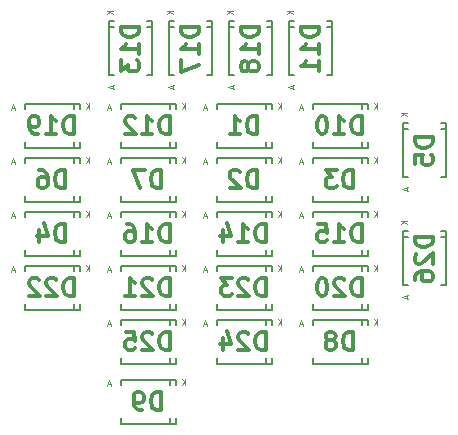
<source format=gbr>
G04 #@! TF.FileFunction,Legend,Bot*
%FSLAX46Y46*%
G04 Gerber Fmt 4.6, Leading zero omitted, Abs format (unit mm)*
G04 Created by KiCad (PCBNEW 4.0.1-stable) date 8. 8. 2016 15:41:02*
%MOMM*%
G01*
G04 APERTURE LIST*
%ADD10C,0.500000*%
%ADD11C,0.150000*%
%ADD12C,0.304800*%
%ADD13C,0.099060*%
G04 APERTURE END LIST*
D10*
D11*
X23644860Y30298000D02*
X23644860Y29847540D01*
X23644860Y26598000D02*
X23644860Y27048460D01*
X24144000Y30298000D02*
X24144000Y29847540D01*
X19544000Y30298000D02*
X19544000Y29847540D01*
X19544000Y26598000D02*
X19544000Y27048460D01*
X24144000Y26598000D02*
X24144000Y27048460D01*
X19544000Y30298000D02*
X24144000Y30298000D01*
X19544000Y26598000D02*
X24144000Y26598000D01*
X23644860Y25726000D02*
X23644860Y25275540D01*
X23644860Y22026000D02*
X23644860Y22476460D01*
X24144000Y25726000D02*
X24144000Y25275540D01*
X19544000Y25726000D02*
X19544000Y25275540D01*
X19544000Y22026000D02*
X19544000Y22476460D01*
X24144000Y22026000D02*
X24144000Y22476460D01*
X19544000Y25726000D02*
X24144000Y25726000D01*
X19544000Y22026000D02*
X24144000Y22026000D01*
X31772860Y25726000D02*
X31772860Y25275540D01*
X31772860Y22026000D02*
X31772860Y22476460D01*
X32272000Y25726000D02*
X32272000Y25275540D01*
X27672000Y25726000D02*
X27672000Y25275540D01*
X27672000Y22026000D02*
X27672000Y22476460D01*
X32272000Y22026000D02*
X32272000Y22476460D01*
X27672000Y25726000D02*
X32272000Y25726000D01*
X27672000Y22026000D02*
X32272000Y22026000D01*
X7388860Y21154000D02*
X7388860Y20703540D01*
X7388860Y17454000D02*
X7388860Y17904460D01*
X7888000Y21154000D02*
X7888000Y20703540D01*
X3288000Y21154000D02*
X3288000Y20703540D01*
X3288000Y17454000D02*
X3288000Y17904460D01*
X7888000Y17454000D02*
X7888000Y17904460D01*
X3288000Y21154000D02*
X7888000Y21154000D01*
X3288000Y17454000D02*
X7888000Y17454000D01*
X35234000Y28216860D02*
X35684460Y28216860D01*
X38934000Y28216860D02*
X38483540Y28216860D01*
X35234000Y28716000D02*
X35684460Y28716000D01*
X35234000Y24116000D02*
X35684460Y24116000D01*
X38934000Y24116000D02*
X38483540Y24116000D01*
X38934000Y28716000D02*
X38483540Y28716000D01*
X35234000Y24116000D02*
X35234000Y28716000D01*
X38934000Y24116000D02*
X38934000Y28716000D01*
X7388860Y25726000D02*
X7388860Y25275540D01*
X7388860Y22026000D02*
X7388860Y22476460D01*
X7888000Y25726000D02*
X7888000Y25275540D01*
X3288000Y25726000D02*
X3288000Y25275540D01*
X3288000Y22026000D02*
X3288000Y22476460D01*
X7888000Y22026000D02*
X7888000Y22476460D01*
X3288000Y25726000D02*
X7888000Y25726000D01*
X3288000Y22026000D02*
X7888000Y22026000D01*
X15516860Y25726000D02*
X15516860Y25275540D01*
X15516860Y22026000D02*
X15516860Y22476460D01*
X16016000Y25726000D02*
X16016000Y25275540D01*
X11416000Y25726000D02*
X11416000Y25275540D01*
X11416000Y22026000D02*
X11416000Y22476460D01*
X16016000Y22026000D02*
X16016000Y22476460D01*
X11416000Y25726000D02*
X16016000Y25726000D01*
X11416000Y22026000D02*
X16016000Y22026000D01*
X31772860Y12010000D02*
X31772860Y11559540D01*
X31772860Y8310000D02*
X31772860Y8760460D01*
X32272000Y12010000D02*
X32272000Y11559540D01*
X27672000Y12010000D02*
X27672000Y11559540D01*
X27672000Y8310000D02*
X27672000Y8760460D01*
X32272000Y8310000D02*
X32272000Y8760460D01*
X27672000Y12010000D02*
X32272000Y12010000D01*
X27672000Y8310000D02*
X32272000Y8310000D01*
X15516860Y6930000D02*
X15516860Y6479540D01*
X15516860Y3230000D02*
X15516860Y3680460D01*
X16016000Y6930000D02*
X16016000Y6479540D01*
X11416000Y6930000D02*
X11416000Y6479540D01*
X11416000Y3230000D02*
X11416000Y3680460D01*
X16016000Y3230000D02*
X16016000Y3680460D01*
X11416000Y6930000D02*
X16016000Y6930000D01*
X11416000Y3230000D02*
X16016000Y3230000D01*
X31772860Y30298000D02*
X31772860Y29847540D01*
X31772860Y26598000D02*
X31772860Y27048460D01*
X32272000Y30298000D02*
X32272000Y29847540D01*
X27672000Y30298000D02*
X27672000Y29847540D01*
X27672000Y26598000D02*
X27672000Y27048460D01*
X32272000Y26598000D02*
X32272000Y27048460D01*
X27672000Y30298000D02*
X32272000Y30298000D01*
X27672000Y26598000D02*
X32272000Y26598000D01*
X25582000Y36852860D02*
X26032460Y36852860D01*
X29282000Y36852860D02*
X28831540Y36852860D01*
X25582000Y37352000D02*
X26032460Y37352000D01*
X25582000Y32752000D02*
X26032460Y32752000D01*
X29282000Y32752000D02*
X28831540Y32752000D01*
X29282000Y37352000D02*
X28831540Y37352000D01*
X25582000Y32752000D02*
X25582000Y37352000D01*
X29282000Y32752000D02*
X29282000Y37352000D01*
X15516860Y30298000D02*
X15516860Y29847540D01*
X15516860Y26598000D02*
X15516860Y27048460D01*
X16016000Y30298000D02*
X16016000Y29847540D01*
X11416000Y30298000D02*
X11416000Y29847540D01*
X11416000Y26598000D02*
X11416000Y27048460D01*
X16016000Y26598000D02*
X16016000Y27048460D01*
X11416000Y30298000D02*
X16016000Y30298000D01*
X11416000Y26598000D02*
X16016000Y26598000D01*
X10342000Y36852860D02*
X10792460Y36852860D01*
X14042000Y36852860D02*
X13591540Y36852860D01*
X10342000Y37352000D02*
X10792460Y37352000D01*
X10342000Y32752000D02*
X10792460Y32752000D01*
X14042000Y32752000D02*
X13591540Y32752000D01*
X14042000Y37352000D02*
X13591540Y37352000D01*
X10342000Y32752000D02*
X10342000Y37352000D01*
X14042000Y32752000D02*
X14042000Y37352000D01*
X23644860Y21154000D02*
X23644860Y20703540D01*
X23644860Y17454000D02*
X23644860Y17904460D01*
X24144000Y21154000D02*
X24144000Y20703540D01*
X19544000Y21154000D02*
X19544000Y20703540D01*
X19544000Y17454000D02*
X19544000Y17904460D01*
X24144000Y17454000D02*
X24144000Y17904460D01*
X19544000Y21154000D02*
X24144000Y21154000D01*
X19544000Y17454000D02*
X24144000Y17454000D01*
X31772860Y21154000D02*
X31772860Y20703540D01*
X31772860Y17454000D02*
X31772860Y17904460D01*
X32272000Y21154000D02*
X32272000Y20703540D01*
X27672000Y21154000D02*
X27672000Y20703540D01*
X27672000Y17454000D02*
X27672000Y17904460D01*
X32272000Y17454000D02*
X32272000Y17904460D01*
X27672000Y21154000D02*
X32272000Y21154000D01*
X27672000Y17454000D02*
X32272000Y17454000D01*
X15516860Y21154000D02*
X15516860Y20703540D01*
X15516860Y17454000D02*
X15516860Y17904460D01*
X16016000Y21154000D02*
X16016000Y20703540D01*
X11416000Y21154000D02*
X11416000Y20703540D01*
X11416000Y17454000D02*
X11416000Y17904460D01*
X16016000Y17454000D02*
X16016000Y17904460D01*
X11416000Y21154000D02*
X16016000Y21154000D01*
X11416000Y17454000D02*
X16016000Y17454000D01*
X15422000Y36852860D02*
X15872460Y36852860D01*
X19122000Y36852860D02*
X18671540Y36852860D01*
X15422000Y37352000D02*
X15872460Y37352000D01*
X15422000Y32752000D02*
X15872460Y32752000D01*
X19122000Y32752000D02*
X18671540Y32752000D01*
X19122000Y37352000D02*
X18671540Y37352000D01*
X15422000Y32752000D02*
X15422000Y37352000D01*
X19122000Y32752000D02*
X19122000Y37352000D01*
X20502000Y36852860D02*
X20952460Y36852860D01*
X24202000Y36852860D02*
X23751540Y36852860D01*
X20502000Y37352000D02*
X20952460Y37352000D01*
X20502000Y32752000D02*
X20952460Y32752000D01*
X24202000Y32752000D02*
X23751540Y32752000D01*
X24202000Y37352000D02*
X23751540Y37352000D01*
X20502000Y32752000D02*
X20502000Y37352000D01*
X24202000Y32752000D02*
X24202000Y37352000D01*
X7388860Y30298000D02*
X7388860Y29847540D01*
X7388860Y26598000D02*
X7388860Y27048460D01*
X7888000Y30298000D02*
X7888000Y29847540D01*
X3288000Y30298000D02*
X3288000Y29847540D01*
X3288000Y26598000D02*
X3288000Y27048460D01*
X7888000Y26598000D02*
X7888000Y27048460D01*
X3288000Y30298000D02*
X7888000Y30298000D01*
X3288000Y26598000D02*
X7888000Y26598000D01*
X31772860Y16582000D02*
X31772860Y16131540D01*
X31772860Y12882000D02*
X31772860Y13332460D01*
X32272000Y16582000D02*
X32272000Y16131540D01*
X27672000Y16582000D02*
X27672000Y16131540D01*
X27672000Y12882000D02*
X27672000Y13332460D01*
X32272000Y12882000D02*
X32272000Y13332460D01*
X27672000Y16582000D02*
X32272000Y16582000D01*
X27672000Y12882000D02*
X32272000Y12882000D01*
X15516860Y16582000D02*
X15516860Y16131540D01*
X15516860Y12882000D02*
X15516860Y13332460D01*
X16016000Y16582000D02*
X16016000Y16131540D01*
X11416000Y16582000D02*
X11416000Y16131540D01*
X11416000Y12882000D02*
X11416000Y13332460D01*
X16016000Y12882000D02*
X16016000Y13332460D01*
X11416000Y16582000D02*
X16016000Y16582000D01*
X11416000Y12882000D02*
X16016000Y12882000D01*
X7388860Y16582000D02*
X7388860Y16131540D01*
X7388860Y12882000D02*
X7388860Y13332460D01*
X7888000Y16582000D02*
X7888000Y16131540D01*
X3288000Y16582000D02*
X3288000Y16131540D01*
X3288000Y12882000D02*
X3288000Y13332460D01*
X7888000Y12882000D02*
X7888000Y13332460D01*
X3288000Y16582000D02*
X7888000Y16582000D01*
X3288000Y12882000D02*
X7888000Y12882000D01*
X23644860Y16582000D02*
X23644860Y16131540D01*
X23644860Y12882000D02*
X23644860Y13332460D01*
X24144000Y16582000D02*
X24144000Y16131540D01*
X19544000Y16582000D02*
X19544000Y16131540D01*
X19544000Y12882000D02*
X19544000Y13332460D01*
X24144000Y12882000D02*
X24144000Y13332460D01*
X19544000Y16582000D02*
X24144000Y16582000D01*
X19544000Y12882000D02*
X24144000Y12882000D01*
X23644860Y12010000D02*
X23644860Y11559540D01*
X23644860Y8310000D02*
X23644860Y8760460D01*
X24144000Y12010000D02*
X24144000Y11559540D01*
X19544000Y12010000D02*
X19544000Y11559540D01*
X19544000Y8310000D02*
X19544000Y8760460D01*
X24144000Y8310000D02*
X24144000Y8760460D01*
X19544000Y12010000D02*
X24144000Y12010000D01*
X19544000Y8310000D02*
X24144000Y8310000D01*
X15516860Y12010000D02*
X15516860Y11559540D01*
X15516860Y8310000D02*
X15516860Y8760460D01*
X16016000Y12010000D02*
X16016000Y11559540D01*
X11416000Y12010000D02*
X11416000Y11559540D01*
X11416000Y8310000D02*
X11416000Y8760460D01*
X16016000Y8310000D02*
X16016000Y8760460D01*
X11416000Y12010000D02*
X16016000Y12010000D01*
X11416000Y8310000D02*
X16016000Y8310000D01*
X35234000Y19072860D02*
X35684460Y19072860D01*
X38934000Y19072860D02*
X38483540Y19072860D01*
X35234000Y19572000D02*
X35684460Y19572000D01*
X35234000Y14972000D02*
X35684460Y14972000D01*
X38934000Y14972000D02*
X38483540Y14972000D01*
X38934000Y19572000D02*
X38483540Y19572000D01*
X35234000Y14972000D02*
X35234000Y19572000D01*
X38934000Y14972000D02*
X38934000Y19572000D01*
D12*
X22905357Y27745871D02*
X22905357Y29269871D01*
X22542500Y29269871D01*
X22324785Y29197300D01*
X22179643Y29052157D01*
X22107071Y28907014D01*
X22034500Y28616729D01*
X22034500Y28399014D01*
X22107071Y28108729D01*
X22179643Y27963586D01*
X22324785Y27818443D01*
X22542500Y27745871D01*
X22905357Y27745871D01*
X20583071Y27745871D02*
X21453928Y27745871D01*
X21018500Y27745871D02*
X21018500Y29269871D01*
X21163643Y29052157D01*
X21308785Y28907014D01*
X21453928Y28834443D01*
D13*
X18663678Y29964803D02*
X18425401Y29964803D01*
X18711333Y29821838D02*
X18544539Y30322218D01*
X18377746Y29821838D01*
X24974792Y29920898D02*
X24974792Y30421278D01*
X24688860Y29920898D02*
X24903309Y30206829D01*
X24688860Y30421278D02*
X24974792Y30135346D01*
D12*
X22905357Y23173871D02*
X22905357Y24697871D01*
X22542500Y24697871D01*
X22324785Y24625300D01*
X22179643Y24480157D01*
X22107071Y24335014D01*
X22034500Y24044729D01*
X22034500Y23827014D01*
X22107071Y23536729D01*
X22179643Y23391586D01*
X22324785Y23246443D01*
X22542500Y23173871D01*
X22905357Y23173871D01*
X21453928Y24552729D02*
X21381357Y24625300D01*
X21236214Y24697871D01*
X20873357Y24697871D01*
X20728214Y24625300D01*
X20655643Y24552729D01*
X20583071Y24407586D01*
X20583071Y24262443D01*
X20655643Y24044729D01*
X21526500Y23173871D01*
X20583071Y23173871D01*
D13*
X18663678Y25392803D02*
X18425401Y25392803D01*
X18711333Y25249838D02*
X18544539Y25750218D01*
X18377746Y25249838D01*
X24974792Y25348898D02*
X24974792Y25849278D01*
X24688860Y25348898D02*
X24903309Y25634829D01*
X24688860Y25849278D02*
X24974792Y25563346D01*
D12*
X31033357Y23173871D02*
X31033357Y24697871D01*
X30670500Y24697871D01*
X30452785Y24625300D01*
X30307643Y24480157D01*
X30235071Y24335014D01*
X30162500Y24044729D01*
X30162500Y23827014D01*
X30235071Y23536729D01*
X30307643Y23391586D01*
X30452785Y23246443D01*
X30670500Y23173871D01*
X31033357Y23173871D01*
X29654500Y24697871D02*
X28711071Y24697871D01*
X29219071Y24117300D01*
X29001357Y24117300D01*
X28856214Y24044729D01*
X28783643Y23972157D01*
X28711071Y23827014D01*
X28711071Y23464157D01*
X28783643Y23319014D01*
X28856214Y23246443D01*
X29001357Y23173871D01*
X29436785Y23173871D01*
X29581928Y23246443D01*
X29654500Y23319014D01*
D13*
X26791678Y25392803D02*
X26553401Y25392803D01*
X26839333Y25249838D02*
X26672539Y25750218D01*
X26505746Y25249838D01*
X33102792Y25348898D02*
X33102792Y25849278D01*
X32816860Y25348898D02*
X33031309Y25634829D01*
X32816860Y25849278D02*
X33102792Y25563346D01*
D12*
X6649357Y18601871D02*
X6649357Y20125871D01*
X6286500Y20125871D01*
X6068785Y20053300D01*
X5923643Y19908157D01*
X5851071Y19763014D01*
X5778500Y19472729D01*
X5778500Y19255014D01*
X5851071Y18964729D01*
X5923643Y18819586D01*
X6068785Y18674443D01*
X6286500Y18601871D01*
X6649357Y18601871D01*
X4472214Y19617871D02*
X4472214Y18601871D01*
X4835071Y20198443D02*
X5197928Y19109871D01*
X4254500Y19109871D01*
D13*
X2407678Y20820803D02*
X2169401Y20820803D01*
X2455333Y20677838D02*
X2288539Y21178218D01*
X2121746Y20677838D01*
X8718792Y20776898D02*
X8718792Y21277278D01*
X8432860Y20776898D02*
X8647309Y21062829D01*
X8432860Y21277278D02*
X8718792Y20991346D01*
D12*
X37786129Y27477357D02*
X36262129Y27477357D01*
X36262129Y27114500D01*
X36334700Y26896785D01*
X36479843Y26751643D01*
X36624986Y26679071D01*
X36915271Y26606500D01*
X37132986Y26606500D01*
X37423271Y26679071D01*
X37568414Y26751643D01*
X37713557Y26896785D01*
X37786129Y27114500D01*
X37786129Y27477357D01*
X36262129Y25227643D02*
X36262129Y25953357D01*
X36987843Y26025928D01*
X36915271Y25953357D01*
X36842700Y25808214D01*
X36842700Y25445357D01*
X36915271Y25300214D01*
X36987843Y25227643D01*
X37132986Y25155071D01*
X37495843Y25155071D01*
X37640986Y25227643D01*
X37713557Y25300214D01*
X37786129Y25445357D01*
X37786129Y25808214D01*
X37713557Y25953357D01*
X37640986Y26025928D01*
D13*
X35567197Y23235678D02*
X35567197Y22997401D01*
X35710162Y23283333D02*
X35209782Y23116539D01*
X35710162Y22949746D01*
X35611102Y29546792D02*
X35110722Y29546792D01*
X35611102Y29260860D02*
X35325171Y29475309D01*
X35110722Y29260860D02*
X35396654Y29546792D01*
D12*
X6649357Y23173871D02*
X6649357Y24697871D01*
X6286500Y24697871D01*
X6068785Y24625300D01*
X5923643Y24480157D01*
X5851071Y24335014D01*
X5778500Y24044729D01*
X5778500Y23827014D01*
X5851071Y23536729D01*
X5923643Y23391586D01*
X6068785Y23246443D01*
X6286500Y23173871D01*
X6649357Y23173871D01*
X4472214Y24697871D02*
X4762500Y24697871D01*
X4907643Y24625300D01*
X4980214Y24552729D01*
X5125357Y24335014D01*
X5197928Y24044729D01*
X5197928Y23464157D01*
X5125357Y23319014D01*
X5052785Y23246443D01*
X4907643Y23173871D01*
X4617357Y23173871D01*
X4472214Y23246443D01*
X4399643Y23319014D01*
X4327071Y23464157D01*
X4327071Y23827014D01*
X4399643Y23972157D01*
X4472214Y24044729D01*
X4617357Y24117300D01*
X4907643Y24117300D01*
X5052785Y24044729D01*
X5125357Y23972157D01*
X5197928Y23827014D01*
D13*
X2407678Y25392803D02*
X2169401Y25392803D01*
X2455333Y25249838D02*
X2288539Y25750218D01*
X2121746Y25249838D01*
X8718792Y25348898D02*
X8718792Y25849278D01*
X8432860Y25348898D02*
X8647309Y25634829D01*
X8432860Y25849278D02*
X8718792Y25563346D01*
D12*
X14777357Y23173871D02*
X14777357Y24697871D01*
X14414500Y24697871D01*
X14196785Y24625300D01*
X14051643Y24480157D01*
X13979071Y24335014D01*
X13906500Y24044729D01*
X13906500Y23827014D01*
X13979071Y23536729D01*
X14051643Y23391586D01*
X14196785Y23246443D01*
X14414500Y23173871D01*
X14777357Y23173871D01*
X13398500Y24697871D02*
X12382500Y24697871D01*
X13035643Y23173871D01*
D13*
X10535678Y25392803D02*
X10297401Y25392803D01*
X10583333Y25249838D02*
X10416539Y25750218D01*
X10249746Y25249838D01*
X16846792Y25348898D02*
X16846792Y25849278D01*
X16560860Y25348898D02*
X16775309Y25634829D01*
X16560860Y25849278D02*
X16846792Y25563346D01*
D12*
X31033357Y9457871D02*
X31033357Y10981871D01*
X30670500Y10981871D01*
X30452785Y10909300D01*
X30307643Y10764157D01*
X30235071Y10619014D01*
X30162500Y10328729D01*
X30162500Y10111014D01*
X30235071Y9820729D01*
X30307643Y9675586D01*
X30452785Y9530443D01*
X30670500Y9457871D01*
X31033357Y9457871D01*
X29291643Y10328729D02*
X29436785Y10401300D01*
X29509357Y10473871D01*
X29581928Y10619014D01*
X29581928Y10691586D01*
X29509357Y10836729D01*
X29436785Y10909300D01*
X29291643Y10981871D01*
X29001357Y10981871D01*
X28856214Y10909300D01*
X28783643Y10836729D01*
X28711071Y10691586D01*
X28711071Y10619014D01*
X28783643Y10473871D01*
X28856214Y10401300D01*
X29001357Y10328729D01*
X29291643Y10328729D01*
X29436785Y10256157D01*
X29509357Y10183586D01*
X29581928Y10038443D01*
X29581928Y9748157D01*
X29509357Y9603014D01*
X29436785Y9530443D01*
X29291643Y9457871D01*
X29001357Y9457871D01*
X28856214Y9530443D01*
X28783643Y9603014D01*
X28711071Y9748157D01*
X28711071Y10038443D01*
X28783643Y10183586D01*
X28856214Y10256157D01*
X29001357Y10328729D01*
D13*
X26791678Y11676803D02*
X26553401Y11676803D01*
X26839333Y11533838D02*
X26672539Y12034218D01*
X26505746Y11533838D01*
X33102792Y11632898D02*
X33102792Y12133278D01*
X32816860Y11632898D02*
X33031309Y11918829D01*
X32816860Y12133278D02*
X33102792Y11847346D01*
D12*
X14777357Y4377871D02*
X14777357Y5901871D01*
X14414500Y5901871D01*
X14196785Y5829300D01*
X14051643Y5684157D01*
X13979071Y5539014D01*
X13906500Y5248729D01*
X13906500Y5031014D01*
X13979071Y4740729D01*
X14051643Y4595586D01*
X14196785Y4450443D01*
X14414500Y4377871D01*
X14777357Y4377871D01*
X13180785Y4377871D02*
X12890500Y4377871D01*
X12745357Y4450443D01*
X12672785Y4523014D01*
X12527643Y4740729D01*
X12455071Y5031014D01*
X12455071Y5611586D01*
X12527643Y5756729D01*
X12600214Y5829300D01*
X12745357Y5901871D01*
X13035643Y5901871D01*
X13180785Y5829300D01*
X13253357Y5756729D01*
X13325928Y5611586D01*
X13325928Y5248729D01*
X13253357Y5103586D01*
X13180785Y5031014D01*
X13035643Y4958443D01*
X12745357Y4958443D01*
X12600214Y5031014D01*
X12527643Y5103586D01*
X12455071Y5248729D01*
D13*
X10535678Y6596803D02*
X10297401Y6596803D01*
X10583333Y6453838D02*
X10416539Y6954218D01*
X10249746Y6453838D01*
X16846792Y6552898D02*
X16846792Y7053278D01*
X16560860Y6552898D02*
X16775309Y6838829D01*
X16560860Y7053278D02*
X16846792Y6767346D01*
D12*
X31759072Y27745871D02*
X31759072Y29269871D01*
X31396215Y29269871D01*
X31178500Y29197300D01*
X31033358Y29052157D01*
X30960786Y28907014D01*
X30888215Y28616729D01*
X30888215Y28399014D01*
X30960786Y28108729D01*
X31033358Y27963586D01*
X31178500Y27818443D01*
X31396215Y27745871D01*
X31759072Y27745871D01*
X29436786Y27745871D02*
X30307643Y27745871D01*
X29872215Y27745871D02*
X29872215Y29269871D01*
X30017358Y29052157D01*
X30162500Y28907014D01*
X30307643Y28834443D01*
X28493357Y29269871D02*
X28348214Y29269871D01*
X28203071Y29197300D01*
X28130500Y29124729D01*
X28057929Y28979586D01*
X27985357Y28689300D01*
X27985357Y28326443D01*
X28057929Y28036157D01*
X28130500Y27891014D01*
X28203071Y27818443D01*
X28348214Y27745871D01*
X28493357Y27745871D01*
X28638500Y27818443D01*
X28711071Y27891014D01*
X28783643Y28036157D01*
X28856214Y28326443D01*
X28856214Y28689300D01*
X28783643Y28979586D01*
X28711071Y29124729D01*
X28638500Y29197300D01*
X28493357Y29269871D01*
D13*
X26791678Y29964803D02*
X26553401Y29964803D01*
X26839333Y29821838D02*
X26672539Y30322218D01*
X26505746Y29821838D01*
X33102792Y29920898D02*
X33102792Y30421278D01*
X32816860Y29920898D02*
X33031309Y30206829D01*
X32816860Y30421278D02*
X33102792Y30135346D01*
D12*
X28134129Y36839072D02*
X26610129Y36839072D01*
X26610129Y36476215D01*
X26682700Y36258500D01*
X26827843Y36113358D01*
X26972986Y36040786D01*
X27263271Y35968215D01*
X27480986Y35968215D01*
X27771271Y36040786D01*
X27916414Y36113358D01*
X28061557Y36258500D01*
X28134129Y36476215D01*
X28134129Y36839072D01*
X28134129Y34516786D02*
X28134129Y35387643D01*
X28134129Y34952215D02*
X26610129Y34952215D01*
X26827843Y35097358D01*
X26972986Y35242500D01*
X27045557Y35387643D01*
X28134129Y33065357D02*
X28134129Y33936214D01*
X28134129Y33500786D02*
X26610129Y33500786D01*
X26827843Y33645929D01*
X26972986Y33791071D01*
X27045557Y33936214D01*
D13*
X25915197Y31871678D02*
X25915197Y31633401D01*
X26058162Y31919333D02*
X25557782Y31752539D01*
X26058162Y31585746D01*
X25959102Y38182792D02*
X25458722Y38182792D01*
X25959102Y37896860D02*
X25673171Y38111309D01*
X25458722Y37896860D02*
X25744654Y38182792D01*
D12*
X15503072Y27745871D02*
X15503072Y29269871D01*
X15140215Y29269871D01*
X14922500Y29197300D01*
X14777358Y29052157D01*
X14704786Y28907014D01*
X14632215Y28616729D01*
X14632215Y28399014D01*
X14704786Y28108729D01*
X14777358Y27963586D01*
X14922500Y27818443D01*
X15140215Y27745871D01*
X15503072Y27745871D01*
X13180786Y27745871D02*
X14051643Y27745871D01*
X13616215Y27745871D02*
X13616215Y29269871D01*
X13761358Y29052157D01*
X13906500Y28907014D01*
X14051643Y28834443D01*
X12600214Y29124729D02*
X12527643Y29197300D01*
X12382500Y29269871D01*
X12019643Y29269871D01*
X11874500Y29197300D01*
X11801929Y29124729D01*
X11729357Y28979586D01*
X11729357Y28834443D01*
X11801929Y28616729D01*
X12672786Y27745871D01*
X11729357Y27745871D01*
D13*
X10535678Y29964803D02*
X10297401Y29964803D01*
X10583333Y29821838D02*
X10416539Y30322218D01*
X10249746Y29821838D01*
X16846792Y29920898D02*
X16846792Y30421278D01*
X16560860Y29920898D02*
X16775309Y30206829D01*
X16560860Y30421278D02*
X16846792Y30135346D01*
D12*
X12894129Y36839072D02*
X11370129Y36839072D01*
X11370129Y36476215D01*
X11442700Y36258500D01*
X11587843Y36113358D01*
X11732986Y36040786D01*
X12023271Y35968215D01*
X12240986Y35968215D01*
X12531271Y36040786D01*
X12676414Y36113358D01*
X12821557Y36258500D01*
X12894129Y36476215D01*
X12894129Y36839072D01*
X12894129Y34516786D02*
X12894129Y35387643D01*
X12894129Y34952215D02*
X11370129Y34952215D01*
X11587843Y35097358D01*
X11732986Y35242500D01*
X11805557Y35387643D01*
X11370129Y34008786D02*
X11370129Y33065357D01*
X11950700Y33573357D01*
X11950700Y33355643D01*
X12023271Y33210500D01*
X12095843Y33137929D01*
X12240986Y33065357D01*
X12603843Y33065357D01*
X12748986Y33137929D01*
X12821557Y33210500D01*
X12894129Y33355643D01*
X12894129Y33791071D01*
X12821557Y33936214D01*
X12748986Y34008786D01*
D13*
X10675197Y31871678D02*
X10675197Y31633401D01*
X10818162Y31919333D02*
X10317782Y31752539D01*
X10818162Y31585746D01*
X10719102Y38182792D02*
X10218722Y38182792D01*
X10719102Y37896860D02*
X10433171Y38111309D01*
X10218722Y37896860D02*
X10504654Y38182792D01*
D12*
X23631072Y18601871D02*
X23631072Y20125871D01*
X23268215Y20125871D01*
X23050500Y20053300D01*
X22905358Y19908157D01*
X22832786Y19763014D01*
X22760215Y19472729D01*
X22760215Y19255014D01*
X22832786Y18964729D01*
X22905358Y18819586D01*
X23050500Y18674443D01*
X23268215Y18601871D01*
X23631072Y18601871D01*
X21308786Y18601871D02*
X22179643Y18601871D01*
X21744215Y18601871D02*
X21744215Y20125871D01*
X21889358Y19908157D01*
X22034500Y19763014D01*
X22179643Y19690443D01*
X20002500Y19617871D02*
X20002500Y18601871D01*
X20365357Y20198443D02*
X20728214Y19109871D01*
X19784786Y19109871D01*
D13*
X18663678Y20820803D02*
X18425401Y20820803D01*
X18711333Y20677838D02*
X18544539Y21178218D01*
X18377746Y20677838D01*
X24974792Y20776898D02*
X24974792Y21277278D01*
X24688860Y20776898D02*
X24903309Y21062829D01*
X24688860Y21277278D02*
X24974792Y20991346D01*
D12*
X31759072Y18601871D02*
X31759072Y20125871D01*
X31396215Y20125871D01*
X31178500Y20053300D01*
X31033358Y19908157D01*
X30960786Y19763014D01*
X30888215Y19472729D01*
X30888215Y19255014D01*
X30960786Y18964729D01*
X31033358Y18819586D01*
X31178500Y18674443D01*
X31396215Y18601871D01*
X31759072Y18601871D01*
X29436786Y18601871D02*
X30307643Y18601871D01*
X29872215Y18601871D02*
X29872215Y20125871D01*
X30017358Y19908157D01*
X30162500Y19763014D01*
X30307643Y19690443D01*
X28057929Y20125871D02*
X28783643Y20125871D01*
X28856214Y19400157D01*
X28783643Y19472729D01*
X28638500Y19545300D01*
X28275643Y19545300D01*
X28130500Y19472729D01*
X28057929Y19400157D01*
X27985357Y19255014D01*
X27985357Y18892157D01*
X28057929Y18747014D01*
X28130500Y18674443D01*
X28275643Y18601871D01*
X28638500Y18601871D01*
X28783643Y18674443D01*
X28856214Y18747014D01*
D13*
X26791678Y20820803D02*
X26553401Y20820803D01*
X26839333Y20677838D02*
X26672539Y21178218D01*
X26505746Y20677838D01*
X33102792Y20776898D02*
X33102792Y21277278D01*
X32816860Y20776898D02*
X33031309Y21062829D01*
X32816860Y21277278D02*
X33102792Y20991346D01*
D12*
X15503072Y18601871D02*
X15503072Y20125871D01*
X15140215Y20125871D01*
X14922500Y20053300D01*
X14777358Y19908157D01*
X14704786Y19763014D01*
X14632215Y19472729D01*
X14632215Y19255014D01*
X14704786Y18964729D01*
X14777358Y18819586D01*
X14922500Y18674443D01*
X15140215Y18601871D01*
X15503072Y18601871D01*
X13180786Y18601871D02*
X14051643Y18601871D01*
X13616215Y18601871D02*
X13616215Y20125871D01*
X13761358Y19908157D01*
X13906500Y19763014D01*
X14051643Y19690443D01*
X11874500Y20125871D02*
X12164786Y20125871D01*
X12309929Y20053300D01*
X12382500Y19980729D01*
X12527643Y19763014D01*
X12600214Y19472729D01*
X12600214Y18892157D01*
X12527643Y18747014D01*
X12455071Y18674443D01*
X12309929Y18601871D01*
X12019643Y18601871D01*
X11874500Y18674443D01*
X11801929Y18747014D01*
X11729357Y18892157D01*
X11729357Y19255014D01*
X11801929Y19400157D01*
X11874500Y19472729D01*
X12019643Y19545300D01*
X12309929Y19545300D01*
X12455071Y19472729D01*
X12527643Y19400157D01*
X12600214Y19255014D01*
D13*
X10535678Y20820803D02*
X10297401Y20820803D01*
X10583333Y20677838D02*
X10416539Y21178218D01*
X10249746Y20677838D01*
X16846792Y20776898D02*
X16846792Y21277278D01*
X16560860Y20776898D02*
X16775309Y21062829D01*
X16560860Y21277278D02*
X16846792Y20991346D01*
D12*
X17974129Y36839072D02*
X16450129Y36839072D01*
X16450129Y36476215D01*
X16522700Y36258500D01*
X16667843Y36113358D01*
X16812986Y36040786D01*
X17103271Y35968215D01*
X17320986Y35968215D01*
X17611271Y36040786D01*
X17756414Y36113358D01*
X17901557Y36258500D01*
X17974129Y36476215D01*
X17974129Y36839072D01*
X17974129Y34516786D02*
X17974129Y35387643D01*
X17974129Y34952215D02*
X16450129Y34952215D01*
X16667843Y35097358D01*
X16812986Y35242500D01*
X16885557Y35387643D01*
X16450129Y34008786D02*
X16450129Y32992786D01*
X17974129Y33645929D01*
D13*
X15755197Y31871678D02*
X15755197Y31633401D01*
X15898162Y31919333D02*
X15397782Y31752539D01*
X15898162Y31585746D01*
X15799102Y38182792D02*
X15298722Y38182792D01*
X15799102Y37896860D02*
X15513171Y38111309D01*
X15298722Y37896860D02*
X15584654Y38182792D01*
D12*
X23054129Y36839072D02*
X21530129Y36839072D01*
X21530129Y36476215D01*
X21602700Y36258500D01*
X21747843Y36113358D01*
X21892986Y36040786D01*
X22183271Y35968215D01*
X22400986Y35968215D01*
X22691271Y36040786D01*
X22836414Y36113358D01*
X22981557Y36258500D01*
X23054129Y36476215D01*
X23054129Y36839072D01*
X23054129Y34516786D02*
X23054129Y35387643D01*
X23054129Y34952215D02*
X21530129Y34952215D01*
X21747843Y35097358D01*
X21892986Y35242500D01*
X21965557Y35387643D01*
X22183271Y33645929D02*
X22110700Y33791071D01*
X22038129Y33863643D01*
X21892986Y33936214D01*
X21820414Y33936214D01*
X21675271Y33863643D01*
X21602700Y33791071D01*
X21530129Y33645929D01*
X21530129Y33355643D01*
X21602700Y33210500D01*
X21675271Y33137929D01*
X21820414Y33065357D01*
X21892986Y33065357D01*
X22038129Y33137929D01*
X22110700Y33210500D01*
X22183271Y33355643D01*
X22183271Y33645929D01*
X22255843Y33791071D01*
X22328414Y33863643D01*
X22473557Y33936214D01*
X22763843Y33936214D01*
X22908986Y33863643D01*
X22981557Y33791071D01*
X23054129Y33645929D01*
X23054129Y33355643D01*
X22981557Y33210500D01*
X22908986Y33137929D01*
X22763843Y33065357D01*
X22473557Y33065357D01*
X22328414Y33137929D01*
X22255843Y33210500D01*
X22183271Y33355643D01*
D13*
X20835197Y31871678D02*
X20835197Y31633401D01*
X20978162Y31919333D02*
X20477782Y31752539D01*
X20978162Y31585746D01*
X20879102Y38182792D02*
X20378722Y38182792D01*
X20879102Y37896860D02*
X20593171Y38111309D01*
X20378722Y37896860D02*
X20664654Y38182792D01*
D12*
X7375072Y27745871D02*
X7375072Y29269871D01*
X7012215Y29269871D01*
X6794500Y29197300D01*
X6649358Y29052157D01*
X6576786Y28907014D01*
X6504215Y28616729D01*
X6504215Y28399014D01*
X6576786Y28108729D01*
X6649358Y27963586D01*
X6794500Y27818443D01*
X7012215Y27745871D01*
X7375072Y27745871D01*
X5052786Y27745871D02*
X5923643Y27745871D01*
X5488215Y27745871D02*
X5488215Y29269871D01*
X5633358Y29052157D01*
X5778500Y28907014D01*
X5923643Y28834443D01*
X4327071Y27745871D02*
X4036786Y27745871D01*
X3891643Y27818443D01*
X3819071Y27891014D01*
X3673929Y28108729D01*
X3601357Y28399014D01*
X3601357Y28979586D01*
X3673929Y29124729D01*
X3746500Y29197300D01*
X3891643Y29269871D01*
X4181929Y29269871D01*
X4327071Y29197300D01*
X4399643Y29124729D01*
X4472214Y28979586D01*
X4472214Y28616729D01*
X4399643Y28471586D01*
X4327071Y28399014D01*
X4181929Y28326443D01*
X3891643Y28326443D01*
X3746500Y28399014D01*
X3673929Y28471586D01*
X3601357Y28616729D01*
D13*
X2407678Y29964803D02*
X2169401Y29964803D01*
X2455333Y29821838D02*
X2288539Y30322218D01*
X2121746Y29821838D01*
X8718792Y29920898D02*
X8718792Y30421278D01*
X8432860Y29920898D02*
X8647309Y30206829D01*
X8432860Y30421278D02*
X8718792Y30135346D01*
D12*
X31759072Y14029871D02*
X31759072Y15553871D01*
X31396215Y15553871D01*
X31178500Y15481300D01*
X31033358Y15336157D01*
X30960786Y15191014D01*
X30888215Y14900729D01*
X30888215Y14683014D01*
X30960786Y14392729D01*
X31033358Y14247586D01*
X31178500Y14102443D01*
X31396215Y14029871D01*
X31759072Y14029871D01*
X30307643Y15408729D02*
X30235072Y15481300D01*
X30089929Y15553871D01*
X29727072Y15553871D01*
X29581929Y15481300D01*
X29509358Y15408729D01*
X29436786Y15263586D01*
X29436786Y15118443D01*
X29509358Y14900729D01*
X30380215Y14029871D01*
X29436786Y14029871D01*
X28493357Y15553871D02*
X28348214Y15553871D01*
X28203071Y15481300D01*
X28130500Y15408729D01*
X28057929Y15263586D01*
X27985357Y14973300D01*
X27985357Y14610443D01*
X28057929Y14320157D01*
X28130500Y14175014D01*
X28203071Y14102443D01*
X28348214Y14029871D01*
X28493357Y14029871D01*
X28638500Y14102443D01*
X28711071Y14175014D01*
X28783643Y14320157D01*
X28856214Y14610443D01*
X28856214Y14973300D01*
X28783643Y15263586D01*
X28711071Y15408729D01*
X28638500Y15481300D01*
X28493357Y15553871D01*
D13*
X26791678Y16248803D02*
X26553401Y16248803D01*
X26839333Y16105838D02*
X26672539Y16606218D01*
X26505746Y16105838D01*
X33102792Y16204898D02*
X33102792Y16705278D01*
X32816860Y16204898D02*
X33031309Y16490829D01*
X32816860Y16705278D02*
X33102792Y16419346D01*
D12*
X15503072Y14029871D02*
X15503072Y15553871D01*
X15140215Y15553871D01*
X14922500Y15481300D01*
X14777358Y15336157D01*
X14704786Y15191014D01*
X14632215Y14900729D01*
X14632215Y14683014D01*
X14704786Y14392729D01*
X14777358Y14247586D01*
X14922500Y14102443D01*
X15140215Y14029871D01*
X15503072Y14029871D01*
X14051643Y15408729D02*
X13979072Y15481300D01*
X13833929Y15553871D01*
X13471072Y15553871D01*
X13325929Y15481300D01*
X13253358Y15408729D01*
X13180786Y15263586D01*
X13180786Y15118443D01*
X13253358Y14900729D01*
X14124215Y14029871D01*
X13180786Y14029871D01*
X11729357Y14029871D02*
X12600214Y14029871D01*
X12164786Y14029871D02*
X12164786Y15553871D01*
X12309929Y15336157D01*
X12455071Y15191014D01*
X12600214Y15118443D01*
D13*
X10535678Y16248803D02*
X10297401Y16248803D01*
X10583333Y16105838D02*
X10416539Y16606218D01*
X10249746Y16105838D01*
X16846792Y16204898D02*
X16846792Y16705278D01*
X16560860Y16204898D02*
X16775309Y16490829D01*
X16560860Y16705278D02*
X16846792Y16419346D01*
D12*
X7375072Y14029871D02*
X7375072Y15553871D01*
X7012215Y15553871D01*
X6794500Y15481300D01*
X6649358Y15336157D01*
X6576786Y15191014D01*
X6504215Y14900729D01*
X6504215Y14683014D01*
X6576786Y14392729D01*
X6649358Y14247586D01*
X6794500Y14102443D01*
X7012215Y14029871D01*
X7375072Y14029871D01*
X5923643Y15408729D02*
X5851072Y15481300D01*
X5705929Y15553871D01*
X5343072Y15553871D01*
X5197929Y15481300D01*
X5125358Y15408729D01*
X5052786Y15263586D01*
X5052786Y15118443D01*
X5125358Y14900729D01*
X5996215Y14029871D01*
X5052786Y14029871D01*
X4472214Y15408729D02*
X4399643Y15481300D01*
X4254500Y15553871D01*
X3891643Y15553871D01*
X3746500Y15481300D01*
X3673929Y15408729D01*
X3601357Y15263586D01*
X3601357Y15118443D01*
X3673929Y14900729D01*
X4544786Y14029871D01*
X3601357Y14029871D01*
D13*
X2407678Y16248803D02*
X2169401Y16248803D01*
X2455333Y16105838D02*
X2288539Y16606218D01*
X2121746Y16105838D01*
X8718792Y16204898D02*
X8718792Y16705278D01*
X8432860Y16204898D02*
X8647309Y16490829D01*
X8432860Y16705278D02*
X8718792Y16419346D01*
D12*
X23631072Y14029871D02*
X23631072Y15553871D01*
X23268215Y15553871D01*
X23050500Y15481300D01*
X22905358Y15336157D01*
X22832786Y15191014D01*
X22760215Y14900729D01*
X22760215Y14683014D01*
X22832786Y14392729D01*
X22905358Y14247586D01*
X23050500Y14102443D01*
X23268215Y14029871D01*
X23631072Y14029871D01*
X22179643Y15408729D02*
X22107072Y15481300D01*
X21961929Y15553871D01*
X21599072Y15553871D01*
X21453929Y15481300D01*
X21381358Y15408729D01*
X21308786Y15263586D01*
X21308786Y15118443D01*
X21381358Y14900729D01*
X22252215Y14029871D01*
X21308786Y14029871D01*
X20800786Y15553871D02*
X19857357Y15553871D01*
X20365357Y14973300D01*
X20147643Y14973300D01*
X20002500Y14900729D01*
X19929929Y14828157D01*
X19857357Y14683014D01*
X19857357Y14320157D01*
X19929929Y14175014D01*
X20002500Y14102443D01*
X20147643Y14029871D01*
X20583071Y14029871D01*
X20728214Y14102443D01*
X20800786Y14175014D01*
D13*
X18663678Y16248803D02*
X18425401Y16248803D01*
X18711333Y16105838D02*
X18544539Y16606218D01*
X18377746Y16105838D01*
X24974792Y16204898D02*
X24974792Y16705278D01*
X24688860Y16204898D02*
X24903309Y16490829D01*
X24688860Y16705278D02*
X24974792Y16419346D01*
D12*
X23631072Y9457871D02*
X23631072Y10981871D01*
X23268215Y10981871D01*
X23050500Y10909300D01*
X22905358Y10764157D01*
X22832786Y10619014D01*
X22760215Y10328729D01*
X22760215Y10111014D01*
X22832786Y9820729D01*
X22905358Y9675586D01*
X23050500Y9530443D01*
X23268215Y9457871D01*
X23631072Y9457871D01*
X22179643Y10836729D02*
X22107072Y10909300D01*
X21961929Y10981871D01*
X21599072Y10981871D01*
X21453929Y10909300D01*
X21381358Y10836729D01*
X21308786Y10691586D01*
X21308786Y10546443D01*
X21381358Y10328729D01*
X22252215Y9457871D01*
X21308786Y9457871D01*
X20002500Y10473871D02*
X20002500Y9457871D01*
X20365357Y11054443D02*
X20728214Y9965871D01*
X19784786Y9965871D01*
D13*
X18663678Y11676803D02*
X18425401Y11676803D01*
X18711333Y11533838D02*
X18544539Y12034218D01*
X18377746Y11533838D01*
X24974792Y11632898D02*
X24974792Y12133278D01*
X24688860Y11632898D02*
X24903309Y11918829D01*
X24688860Y12133278D02*
X24974792Y11847346D01*
D12*
X15503072Y9457871D02*
X15503072Y10981871D01*
X15140215Y10981871D01*
X14922500Y10909300D01*
X14777358Y10764157D01*
X14704786Y10619014D01*
X14632215Y10328729D01*
X14632215Y10111014D01*
X14704786Y9820729D01*
X14777358Y9675586D01*
X14922500Y9530443D01*
X15140215Y9457871D01*
X15503072Y9457871D01*
X14051643Y10836729D02*
X13979072Y10909300D01*
X13833929Y10981871D01*
X13471072Y10981871D01*
X13325929Y10909300D01*
X13253358Y10836729D01*
X13180786Y10691586D01*
X13180786Y10546443D01*
X13253358Y10328729D01*
X14124215Y9457871D01*
X13180786Y9457871D01*
X11801929Y10981871D02*
X12527643Y10981871D01*
X12600214Y10256157D01*
X12527643Y10328729D01*
X12382500Y10401300D01*
X12019643Y10401300D01*
X11874500Y10328729D01*
X11801929Y10256157D01*
X11729357Y10111014D01*
X11729357Y9748157D01*
X11801929Y9603014D01*
X11874500Y9530443D01*
X12019643Y9457871D01*
X12382500Y9457871D01*
X12527643Y9530443D01*
X12600214Y9603014D01*
D13*
X10535678Y11676803D02*
X10297401Y11676803D01*
X10583333Y11533838D02*
X10416539Y12034218D01*
X10249746Y11533838D01*
X16846792Y11632898D02*
X16846792Y12133278D01*
X16560860Y11632898D02*
X16775309Y11918829D01*
X16560860Y12133278D02*
X16846792Y11847346D01*
D12*
X37786129Y19059072D02*
X36262129Y19059072D01*
X36262129Y18696215D01*
X36334700Y18478500D01*
X36479843Y18333358D01*
X36624986Y18260786D01*
X36915271Y18188215D01*
X37132986Y18188215D01*
X37423271Y18260786D01*
X37568414Y18333358D01*
X37713557Y18478500D01*
X37786129Y18696215D01*
X37786129Y19059072D01*
X36407271Y17607643D02*
X36334700Y17535072D01*
X36262129Y17389929D01*
X36262129Y17027072D01*
X36334700Y16881929D01*
X36407271Y16809358D01*
X36552414Y16736786D01*
X36697557Y16736786D01*
X36915271Y16809358D01*
X37786129Y17680215D01*
X37786129Y16736786D01*
X36262129Y15430500D02*
X36262129Y15720786D01*
X36334700Y15865929D01*
X36407271Y15938500D01*
X36624986Y16083643D01*
X36915271Y16156214D01*
X37495843Y16156214D01*
X37640986Y16083643D01*
X37713557Y16011071D01*
X37786129Y15865929D01*
X37786129Y15575643D01*
X37713557Y15430500D01*
X37640986Y15357929D01*
X37495843Y15285357D01*
X37132986Y15285357D01*
X36987843Y15357929D01*
X36915271Y15430500D01*
X36842700Y15575643D01*
X36842700Y15865929D01*
X36915271Y16011071D01*
X36987843Y16083643D01*
X37132986Y16156214D01*
D13*
X35567197Y14091678D02*
X35567197Y13853401D01*
X35710162Y14139333D02*
X35209782Y13972539D01*
X35710162Y13805746D01*
X35611102Y20402792D02*
X35110722Y20402792D01*
X35611102Y20116860D02*
X35325171Y20331309D01*
X35110722Y20116860D02*
X35396654Y20402792D01*
M02*

</source>
